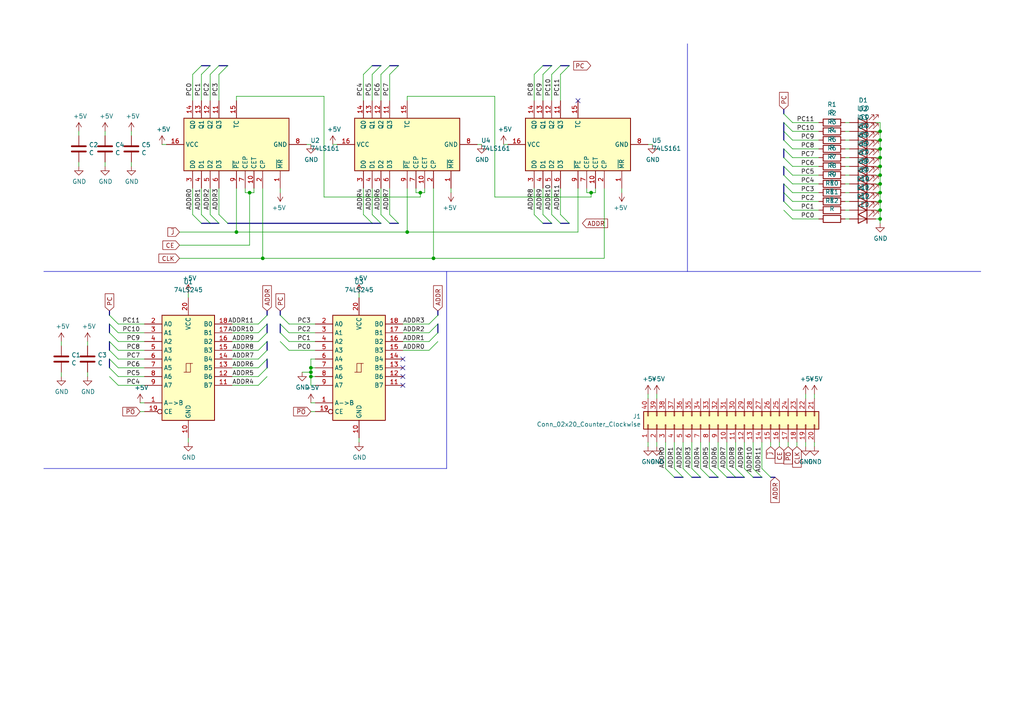
<source format=kicad_sch>
(kicad_sch (version 20200618) (host eeschema "(5.99.0-2101-geb1ff80d5)")
  (page 1 1)
  (paper "A4")
  (title_block (title "ProgramCounter Module") (rev "1.0") (company "Wilhelm-Maybach-Schule Heilbronn") (comment 1 "Kevin da Silva Fernandes"))
  (lib_symbols
    (symbol "74xx:74LS161"
      (property "Reference" "U" (at -7.62 16.51 0))
      (property "Value" "74LS161" (at -7.62 -16.51 0))
      (symbol "74LS161_1_1"
        (rectangle (start -7.62 15.24) (end 7.62 -15.24) (stroke (width 0.254)) (fill (type background)))
      )
      (symbol "74LS161_1_0"
        (pin input line (at -12.7 -12.7 0) (length 5.08) (name "~MR") (number "1"))
        (pin input line (at -12.7 -5.08 0) (length 5.08) (name "CET") (number "10"))
        (pin output line (at 12.7 5.08 180) (length 5.08) (name "Q3") (number "11"))
        (pin output line (at 12.7 7.62 180) (length 5.08) (name "Q2") (number "12"))
        (pin output line (at 12.7 10.16 180) (length 5.08) (name "Q1") (number "13"))
        (pin output line (at 12.7 12.7 180) (length 5.08) (name "Q0") (number "14"))
        (pin output line (at 12.7 0 180) (length 5.08) (name "TC") (number "15"))
        (pin power_in line (at 0 20.32 270) (length 5.08) (name "VCC") (number "16"))
        (pin input line (at -12.7 -7.62 0) (length 5.08) (name "CP") (number "2"))
        (pin input line (at -12.7 12.7 0) (length 5.08) (name "D0") (number "3"))
        (pin input line (at -12.7 10.16 0) (length 5.08) (name "D1") (number "4"))
        (pin input line (at -12.7 7.62 0) (length 5.08) (name "D2") (number "5"))
        (pin input line (at -12.7 5.08 0) (length 5.08) (name "D3") (number "6"))
        (pin input line (at -12.7 -2.54 0) (length 5.08) (name "CEP") (number "7"))
        (pin power_in line (at 0 -20.32 90) (length 5.08) (name "GND") (number "8"))
        (pin input line (at -12.7 0 0) (length 5.08) (name "~PE") (number "9"))
      )
    )
    (symbol "74xx:74LS245"
      (property "Reference" "U" (at -7.62 16.51 0))
      (property "Value" "74LS245" (at -7.62 -16.51 0))
      (symbol "74LS245_1_1"
        (rectangle (start -7.62 15.24) (end 7.62 -15.24) (stroke (width 0.254)) (fill (type background)))
      )
      (symbol "74LS245_1_0"
        (polyline (pts (xy -0.635 -1.27) (xy -0.635 1.27) (xy 0.635 1.27)))
        (polyline (pts (xy -1.27 -1.27) (xy 0.635 -1.27) (xy 0.635 1.27) (xy 1.27 1.27)))
        (pin input line (at -12.7 -10.16 0) (length 5.08) (name "A->B") (number "1"))
        (pin power_in line (at 0 -20.32 90) (length 5.08) (name "GND") (number "10"))
        (pin tri_state line (at 12.7 -5.08 180) (length 5.08) (name "B7") (number "11"))
        (pin tri_state line (at 12.7 -2.54 180) (length 5.08) (name "B6") (number "12"))
        (pin tri_state line (at 12.7 0 180) (length 5.08) (name "B5") (number "13"))
        (pin tri_state line (at 12.7 2.54 180) (length 5.08) (name "B4") (number "14"))
        (pin tri_state line (at 12.7 5.08 180) (length 5.08) (name "B3") (number "15"))
        (pin tri_state line (at 12.7 7.62 180) (length 5.08) (name "B2") (number "16"))
        (pin tri_state line (at 12.7 10.16 180) (length 5.08) (name "B1") (number "17"))
        (pin tri_state line (at 12.7 12.7 180) (length 5.08) (name "B0") (number "18"))
        (pin input inverted (at -12.7 -12.7 0) (length 5.08) (name "CE") (number "19"))
        (pin tri_state line (at -12.7 12.7 0) (length 5.08) (name "A0") (number "2"))
        (pin power_in line (at 0 20.32 270) (length 5.08) (name "VCC") (number "20"))
        (pin tri_state line (at -12.7 10.16 0) (length 5.08) (name "A1") (number "3"))
        (pin tri_state line (at -12.7 7.62 0) (length 5.08) (name "A2") (number "4"))
        (pin tri_state line (at -12.7 5.08 0) (length 5.08) (name "A3") (number "5"))
        (pin tri_state line (at -12.7 2.54 0) (length 5.08) (name "A4") (number "6"))
        (pin tri_state line (at -12.7 0 0) (length 5.08) (name "A5") (number "7"))
        (pin tri_state line (at -12.7 -2.54 0) (length 5.08) (name "A6") (number "8"))
        (pin tri_state line (at -12.7 -5.08 0) (length 5.08) (name "A7") (number "9"))
      )
    )
    (symbol "Connector_Generic:Conn_02x20_Counter_Clockwise" (pin_names hide)
      (property "Reference" "J" (at 1.27 25.4 0))
      (property "Value" "Conn_02x20_Counter_Clockwise" (at 1.27 -27.94 0))
      (symbol "Conn_02x20_Counter_Clockwise_1_1"
        (rectangle (start -1.27 -4.953) (end 0 -5.207) (stroke (width 0.1524)))
        (rectangle (start -1.27 -7.493) (end 0 -7.747) (stroke (width 0.1524)))
        (rectangle (start -1.27 -10.033) (end 0 -10.287) (stroke (width 0.1524)))
        (rectangle (start -1.27 -12.573) (end 0 -12.827) (stroke (width 0.1524)))
        (rectangle (start -1.27 -15.113) (end 0 -15.367) (stroke (width 0.1524)))
        (rectangle (start -1.27 -17.653) (end 0 -17.907) (stroke (width 0.1524)))
        (rectangle (start -1.27 -20.193) (end 0 -20.447) (stroke (width 0.1524)))
        (rectangle (start -1.27 -22.733) (end 0 -22.987) (stroke (width 0.1524)))
        (rectangle (start -1.27 -2.413) (end 0 -2.667) (stroke (width 0.1524)))
        (rectangle (start -1.27 -25.273) (end 0 -25.527) (stroke (width 0.1524)))
        (rectangle (start -1.27 2.667) (end 0 2.413) (stroke (width 0.1524)))
        (rectangle (start -1.27 5.207) (end 0 4.953) (stroke (width 0.1524)))
        (rectangle (start -1.27 7.747) (end 0 7.493) (stroke (width 0.1524)))
        (rectangle (start -1.27 10.287) (end 0 10.033) (stroke (width 0.1524)))
        (rectangle (start -1.27 0.127) (end 0 -0.127) (stroke (width 0.1524)))
        (rectangle (start -1.27 12.827) (end 0 12.573) (stroke (width 0.1524)))
        (rectangle (start -1.27 15.367) (end 0 15.113) (stroke (width 0.1524)))
        (rectangle (start -1.27 17.907) (end 0 17.653) (stroke (width 0.1524)))
        (rectangle (start -1.27 20.447) (end 0 20.193) (stroke (width 0.1524)))
        (rectangle (start -1.27 22.987) (end 0 22.733) (stroke (width 0.1524)))
        (rectangle (start -1.27 24.13) (end 3.81 -26.67) (stroke (width 0.254)) (fill (type background)))
        (rectangle (start 3.81 -4.953) (end 2.54 -5.207) (stroke (width 0.1524)))
        (rectangle (start 3.81 -7.493) (end 2.54 -7.747) (stroke (width 0.1524)))
        (rectangle (start 3.81 -10.033) (end 2.54 -10.287) (stroke (width 0.1524)))
        (rectangle (start 3.81 -12.573) (end 2.54 -12.827) (stroke (width 0.1524)))
        (rectangle (start 3.81 -15.113) (end 2.54 -15.367) (stroke (width 0.1524)))
        (rectangle (start 3.81 -17.653) (end 2.54 -17.907) (stroke (width 0.1524)))
        (rectangle (start 3.81 -20.193) (end 2.54 -20.447) (stroke (width 0.1524)))
        (rectangle (start 3.81 -22.733) (end 2.54 -22.987) (stroke (width 0.1524)))
        (rectangle (start 3.81 -2.413) (end 2.54 -2.667) (stroke (width 0.1524)))
        (rectangle (start 3.81 -25.273) (end 2.54 -25.527) (stroke (width 0.1524)))
        (rectangle (start 3.81 2.667) (end 2.54 2.413) (stroke (width 0.1524)))
        (rectangle (start 3.81 5.207) (end 2.54 4.953) (stroke (width 0.1524)))
        (rectangle (start 3.81 7.747) (end 2.54 7.493) (stroke (width 0.1524)))
        (rectangle (start 3.81 10.287) (end 2.54 10.033) (stroke (width 0.1524)))
        (rectangle (start 3.81 0.127) (end 2.54 -0.127) (stroke (width 0.1524)))
        (rectangle (start 3.81 12.827) (end 2.54 12.573) (stroke (width 0.1524)))
        (rectangle (start 3.81 15.367) (end 2.54 15.113) (stroke (width 0.1524)))
        (rectangle (start 3.81 17.907) (end 2.54 17.653) (stroke (width 0.1524)))
        (rectangle (start 3.81 20.447) (end 2.54 20.193) (stroke (width 0.1524)))
        (rectangle (start 3.81 22.987) (end 2.54 22.733) (stroke (width 0.1524)))
        (pin passive line (at -5.08 22.86 0) (length 3.81) (name "Pin_1") (number "1"))
        (pin passive line (at -5.08 0 0) (length 3.81) (name "Pin_10") (number "10"))
        (pin passive line (at -5.08 -2.54 0) (length 3.81) (name "Pin_11") (number "11"))
        (pin passive line (at -5.08 -5.08 0) (length 3.81) (name "Pin_12") (number "12"))
        (pin passive line (at -5.08 -7.62 0) (length 3.81) (name "Pin_13") (number "13"))
        (pin passive line (at -5.08 -10.16 0) (length 3.81) (name "Pin_14") (number "14"))
        (pin passive line (at -5.08 -12.7 0) (length 3.81) (name "Pin_15") (number "15"))
        (pin passive line (at -5.08 -15.24 0) (length 3.81) (name "Pin_16") (number "16"))
        (pin passive line (at -5.08 -17.78 0) (length 3.81) (name "Pin_17") (number "17"))
        (pin passive line (at -5.08 -20.32 0) (length 3.81) (name "Pin_18") (number "18"))
        (pin passive line (at -5.08 -22.86 0) (length 3.81) (name "Pin_19") (number "19"))
        (pin passive line (at -5.08 20.32 0) (length 3.81) (name "Pin_2") (number "2"))
        (pin passive line (at -5.08 -25.4 0) (length 3.81) (name "Pin_20") (number "20"))
        (pin passive line (at 7.62 -25.4 180) (length 3.81) (name "Pin_21") (number "21"))
        (pin passive line (at 7.62 -22.86 180) (length 3.81) (name "Pin_22") (number "22"))
        (pin passive line (at 7.62 -20.32 180) (length 3.81) (name "Pin_23") (number "23"))
        (pin passive line (at 7.62 -17.78 180) (length 3.81) (name "Pin_24") (number "24"))
        (pin passive line (at 7.62 -15.24 180) (length 3.81) (name "Pin_25") (number "25"))
        (pin passive line (at 7.62 -12.7 180) (length 3.81) (name "Pin_26") (number "26"))
        (pin passive line (at 7.62 -10.16 180) (length 3.81) (name "Pin_27") (number "27"))
        (pin passive line (at 7.62 -7.62 180) (length 3.81) (name "Pin_28") (number "28"))
        (pin passive line (at 7.62 -5.08 180) (length 3.81) (name "Pin_29") (number "29"))
        (pin passive line (at -5.08 17.78 0) (length 3.81) (name "Pin_3") (number "3"))
        (pin passive line (at 7.62 -2.54 180) (length 3.81) (name "Pin_30") (number "30"))
        (pin passive line (at 7.62 0 180) (length 3.81) (name "Pin_31") (number "31"))
        (pin passive line (at 7.62 2.54 180) (length 3.81) (name "Pin_32") (number "32"))
        (pin passive line (at 7.62 5.08 180) (length 3.81) (name "Pin_33") (number "33"))
        (pin passive line (at 7.62 7.62 180) (length 3.81) (name "Pin_34") (number "34"))
        (pin passive line (at 7.62 10.16 180) (length 3.81) (name "Pin_35") (number "35"))
        (pin passive line (at 7.62 12.7 180) (length 3.81) (name "Pin_36") (number "36"))
        (pin passive line (at 7.62 15.24 180) (length 3.81) (name "Pin_37") (number "37"))
        (pin passive line (at 7.62 17.78 180) (length 3.81) (name "Pin_38") (number "38"))
        (pin passive line (at 7.62 20.32 180) (length 3.81) (name "Pin_39") (number "39"))
        (pin passive line (at -5.08 15.24 0) (length 3.81) (name "Pin_4") (number "4"))
        (pin passive line (at 7.62 22.86 180) (length 3.81) (name "Pin_40") (number "40"))
        (pin passive line (at -5.08 12.7 0) (length 3.81) (name "Pin_5") (number "5"))
        (pin passive line (at -5.08 10.16 0) (length 3.81) (name "Pin_6") (number "6"))
        (pin passive line (at -5.08 7.62 0) (length 3.81) (name "Pin_7") (number "7"))
        (pin passive line (at -5.08 5.08 0) (length 3.81) (name "Pin_8") (number "8"))
        (pin passive line (at -5.08 2.54 0) (length 3.81) (name "Pin_9") (number "9"))
      )
    )
    (symbol "Device:C" (pin_numbers hide) (pin_names (offset 0.254))
      (property "Reference" "C" (at 0.635 2.54 0))
      (property "Value" "C" (at 0.635 -2.54 0))
      (symbol "C_0_1"
        (polyline (pts (xy -2.032 -0.762) (xy 2.032 -0.762)) (stroke (width 0.508)))
        (polyline (pts (xy -2.032 0.762) (xy 2.032 0.762)) (stroke (width 0.508)))
      )
      (symbol "C_1_1"
        (pin passive line (at 0 3.81 270) (length 2.794) (name "~") (number "1"))
        (pin passive line (at 0 -3.81 90) (length 2.794) (name "~") (number "2"))
      )
    )
    (symbol "Device:LED" (pin_numbers hide) (pin_names hide)
      (property "Reference" "D" (at 0 2.54 0))
      (property "Value" "LED" (at 0 -2.54 0))
      (symbol "LED_0_1"
        (polyline (pts (xy -1.27 -1.27) (xy -1.27 1.27)) (stroke (width 0.254)))
        (polyline (pts (xy -1.27 0) (xy 1.27 0)))
        (polyline (pts (xy 1.27 -1.27) (xy 1.27 1.27) (xy -1.27 0) (xy 1.27 -1.27)) (stroke (width 0.254)))
        (polyline (pts (xy -3.048 -0.762) (xy -4.572 -2.286) (xy -3.81 -2.286) (xy -4.572 -2.286) (xy -4.572 -1.524)))
        (polyline (pts (xy -1.778 -0.762) (xy -3.302 -2.286) (xy -2.54 -2.286) (xy -3.302 -2.286) (xy -3.302 -1.524)))
      )
      (symbol "LED_1_1"
        (pin passive line (at -3.81 0 0) (length 2.54) (name "K") (number "1"))
        (pin passive line (at 3.81 0 180) (length 2.54) (name "A") (number "2"))
      )
    )
    (symbol "Device:R" (pin_numbers hide) (pin_names (offset 0))
      (property "Reference" "R" (at 2.032 0 90))
      (property "Value" "R" (at 0 0 90))
      (symbol "R_0_1"
        (rectangle (start -1.016 -2.54) (end 1.016 2.54) (stroke (width 0.254)))
      )
      (symbol "R_1_1"
        (pin passive line (at 0 3.81 270) (length 1.27) (name "~") (number "1"))
        (pin passive line (at 0 -3.81 90) (length 1.27) (name "~") (number "2"))
      )
    )
    (symbol "power:+5V" (power) (pin_names (offset 0))
      (property "Value" "+5V" (at 0 3.556 0))
      (symbol "+5V_0_1"
        (polyline (pts (xy -0.762 1.27) (xy 0 2.54)))
        (polyline (pts (xy 0 0) (xy 0 2.54)))
        (polyline (pts (xy 0 2.54) (xy 0.762 1.27)))
      )
      (symbol "+5V_1_1"
        (pin power_in line (at 0 0 90) (length 0) hide (name "+5V") (number "1"))
      )
    )
    (symbol "power:GND" (power) (pin_names (offset 0))
      (property "Value" "GND" (at 0 -3.81 0))
      (symbol "GND_0_1"
        (polyline (pts (xy 0 0) (xy 0 -1.27) (xy 1.27 -1.27) (xy 0 -2.54) (xy -1.27 -1.27) (xy 0 -1.27)))
      )
      (symbol "GND_1_1"
        (pin power_in line (at 0 0 270) (length 0) hide (name "GND") (number "1"))
      )
    )
  )
  (junction (at 68.58 67.31))
  (junction (at 72.39 55.88))
  (junction (at 76.2 74.93))
  (junction (at 90.17 106.68))
  (junction (at 90.17 107.95))
  (junction (at 90.17 109.22))
  (junction (at 118.11 67.31))
  (junction (at 121.92 55.88))
  (junction (at 125.73 74.93))
  (junction (at 171.45 55.88))
  (junction (at 255.27 38.1))
  (junction (at 255.27 40.64))
  (junction (at 255.27 43.18))
  (junction (at 255.27 45.72))
  (junction (at 255.27 48.26))
  (junction (at 255.27 50.8))
  (junction (at 255.27 53.34))
  (junction (at 255.27 55.88))
  (junction (at 255.27 58.42))
  (junction (at 255.27 60.96))
  (junction (at 255.27 63.5))
  (no_connect (at 116.84 109.22))
  (no_connect (at 167.64 29.21))
  (no_connect (at 116.84 106.68))
  (no_connect (at 116.84 111.76))
  (no_connect (at 116.84 104.14))
  (bus_entry (at 31.75 91.44) (size 2.54 2.54) (stroke (width 0.1524)))
  (bus_entry (at 31.75 93.98) (size 2.54 2.54) (stroke (width 0.1524)))
  (bus_entry (at 31.75 96.52) (size 2.54 2.54) (stroke (width 0.1524)))
  (bus_entry (at 31.75 99.06) (size 2.54 2.54) (stroke (width 0.1524)))
  (bus_entry (at 31.75 101.6) (size 2.54 2.54) (stroke (width 0.1524)))
  (bus_entry (at 31.75 104.14) (size 2.54 2.54) (stroke (width 0.1524)))
  (bus_entry (at 31.75 106.68) (size 2.54 2.54) (stroke (width 0.1524)))
  (bus_entry (at 31.75 109.22) (size 2.54 2.54) (stroke (width 0.1524)))
  (bus_entry (at 55.88 62.23) (size 2.54 2.54) (stroke (width 0.1524)))
  (bus_entry (at 58.42 19.05) (size -2.54 2.54) (stroke (width 0.1524)))
  (bus_entry (at 58.42 62.23) (size 2.54 2.54) (stroke (width 0.1524)))
  (bus_entry (at 60.96 19.05) (size -2.54 2.54) (stroke (width 0.1524)))
  (bus_entry (at 60.96 62.23) (size 2.54 2.54) (stroke (width 0.1524)))
  (bus_entry (at 63.5 19.05) (size -2.54 2.54) (stroke (width 0.1524)))
  (bus_entry (at 63.5 62.23) (size 2.54 2.54) (stroke (width 0.1524)))
  (bus_entry (at 66.04 19.05) (size -2.54 2.54) (stroke (width 0.1524)))
  (bus_entry (at 74.93 93.98) (size 2.54 -2.54) (stroke (width 0.1524)))
  (bus_entry (at 74.93 96.52) (size 2.54 -2.54) (stroke (width 0.1524)))
  (bus_entry (at 74.93 99.06) (size 2.54 -2.54) (stroke (width 0.1524)))
  (bus_entry (at 74.93 101.6) (size 2.54 -2.54) (stroke (width 0.1524)))
  (bus_entry (at 74.93 104.14) (size 2.54 -2.54) (stroke (width 0.1524)))
  (bus_entry (at 74.93 106.68) (size 2.54 -2.54) (stroke (width 0.1524)))
  (bus_entry (at 74.93 109.22) (size 2.54 -2.54) (stroke (width 0.1524)))
  (bus_entry (at 74.93 111.76) (size 2.54 -2.54) (stroke (width 0.1524)))
  (bus_entry (at 81.28 91.44) (size 2.54 2.54) (stroke (width 0.1524)))
  (bus_entry (at 81.28 93.98) (size 2.54 2.54) (stroke (width 0.1524)))
  (bus_entry (at 81.28 96.52) (size 2.54 2.54) (stroke (width 0.1524)))
  (bus_entry (at 81.28 99.06) (size 2.54 2.54) (stroke (width 0.1524)))
  (bus_entry (at 105.41 62.23) (size 2.54 2.54) (stroke (width 0.1524)))
  (bus_entry (at 107.95 19.05) (size -2.54 2.54) (stroke (width 0.1524)))
  (bus_entry (at 107.95 62.23) (size 2.54 2.54) (stroke (width 0.1524)))
  (bus_entry (at 110.49 19.05) (size -2.54 2.54) (stroke (width 0.1524)))
  (bus_entry (at 110.49 62.23) (size 2.54 2.54) (stroke (width 0.1524)))
  (bus_entry (at 113.03 19.05) (size -2.54 2.54) (stroke (width 0.1524)))
  (bus_entry (at 113.03 62.23) (size 2.54 2.54) (stroke (width 0.1524)))
  (bus_entry (at 115.57 19.05) (size -2.54 2.54) (stroke (width 0.1524)))
  (bus_entry (at 124.46 93.98) (size 2.54 -2.54) (stroke (width 0.1524)))
  (bus_entry (at 124.46 96.52) (size 2.54 -2.54) (stroke (width 0.1524)))
  (bus_entry (at 124.46 99.06) (size 2.54 -2.54) (stroke (width 0.1524)))
  (bus_entry (at 124.46 101.6) (size 2.54 -2.54) (stroke (width 0.1524)))
  (bus_entry (at 154.94 62.23) (size 2.54 2.54) (stroke (width 0.1524)))
  (bus_entry (at 157.48 19.05) (size -2.54 2.54) (stroke (width 0.1524)))
  (bus_entry (at 157.48 62.23) (size 2.54 2.54) (stroke (width 0.1524)))
  (bus_entry (at 160.02 19.05) (size -2.54 2.54) (stroke (width 0.1524)))
  (bus_entry (at 160.02 62.23) (size 2.54 2.54) (stroke (width 0.1524)))
  (bus_entry (at 162.56 19.05) (size -2.54 2.54) (stroke (width 0.1524)))
  (bus_entry (at 162.56 62.23) (size 2.54 2.54) (stroke (width 0.1524)))
  (bus_entry (at 165.1 19.05) (size -2.54 2.54) (stroke (width 0.1524)))
  (bus_entry (at 193.04 135.89) (size 2.54 2.54) (stroke (width 0.1524)))
  (bus_entry (at 195.58 135.89) (size 2.54 2.54) (stroke (width 0.1524)))
  (bus_entry (at 198.12 135.89) (size 2.54 2.54) (stroke (width 0.1524)))
  (bus_entry (at 200.66 135.89) (size 2.54 2.54) (stroke (width 0.1524)))
  (bus_entry (at 203.2 135.89) (size 2.54 2.54) (stroke (width 0.1524)))
  (bus_entry (at 205.74 135.89) (size 2.54 2.54) (stroke (width 0.1524)))
  (bus_entry (at 208.28 135.89) (size 2.54 2.54) (stroke (width 0.1524)))
  (bus_entry (at 210.82 135.89) (size 2.54 2.54) (stroke (width 0.1524)))
  (bus_entry (at 213.36 135.89) (size 2.54 2.54) (stroke (width 0.1524)))
  (bus_entry (at 215.9 135.89) (size 2.54 2.54) (stroke (width 0.1524)))
  (bus_entry (at 218.44 135.89) (size 2.54 2.54) (stroke (width 0.1524)))
  (bus_entry (at 220.98 135.89) (size 2.54 2.54) (stroke (width 0.1524)))
  (bus_entry (at 227.33 33.02) (size 2.54 2.54) (stroke (width 0.1524)))
  (bus_entry (at 227.33 35.56) (size 2.54 2.54) (stroke (width 0.1524)))
  (bus_entry (at 227.33 38.1) (size 2.54 2.54) (stroke (width 0.1524)))
  (bus_entry (at 227.33 40.64) (size 2.54 2.54) (stroke (width 0.1524)))
  (bus_entry (at 227.33 43.18) (size 2.54 2.54) (stroke (width 0.1524)))
  (bus_entry (at 227.33 45.72) (size 2.54 2.54) (stroke (width 0.1524)))
  (bus_entry (at 227.33 48.26) (size 2.54 2.54) (stroke (width 0.1524)))
  (bus_entry (at 227.33 50.8) (size 2.54 2.54) (stroke (width 0.1524)))
  (bus_entry (at 227.33 53.34) (size 2.54 2.54) (stroke (width 0.1524)))
  (bus_entry (at 227.33 55.88) (size 2.54 2.54) (stroke (width 0.1524)))
  (bus_entry (at 227.33 58.42) (size 2.54 2.54) (stroke (width 0.1524)))
  (bus_entry (at 227.33 60.96) (size 2.54 2.54) (stroke (width 0.1524)))
  (wire (pts (xy 17.78 99.06) (xy 17.78 100.33)))
  (wire (pts (xy 17.78 109.22) (xy 17.78 107.95)))
  (wire (pts (xy 22.86 38.1) (xy 22.86 39.37)))
  (wire (pts (xy 22.86 48.26) (xy 22.86 46.99)))
  (wire (pts (xy 25.4 99.06) (xy 25.4 100.33)))
  (wire (pts (xy 25.4 109.22) (xy 25.4 107.95)))
  (wire (pts (xy 30.48 38.1) (xy 30.48 39.37)))
  (wire (pts (xy 30.48 48.26) (xy 30.48 46.99)))
  (wire (pts (xy 34.29 93.98) (xy 41.91 93.98)))
  (wire (pts (xy 34.29 96.52) (xy 41.91 96.52)))
  (wire (pts (xy 34.29 99.06) (xy 41.91 99.06)))
  (wire (pts (xy 34.29 101.6) (xy 41.91 101.6)))
  (wire (pts (xy 34.29 104.14) (xy 41.91 104.14)))
  (wire (pts (xy 34.29 106.68) (xy 41.91 106.68)))
  (wire (pts (xy 34.29 109.22) (xy 41.91 109.22)))
  (wire (pts (xy 34.29 111.76) (xy 41.91 111.76)))
  (wire (pts (xy 38.1 38.1) (xy 38.1 39.37)))
  (wire (pts (xy 38.1 48.26) (xy 38.1 46.99)))
  (wire (pts (xy 40.64 116.84) (xy 41.91 116.84)))
  (wire (pts (xy 40.64 119.38) (xy 41.91 119.38)))
  (wire (pts (xy 46.99 41.91) (xy 48.26 41.91)))
  (wire (pts (xy 52.07 67.31) (xy 68.58 67.31)))
  (wire (pts (xy 52.07 71.12) (xy 72.39 71.12)))
  (wire (pts (xy 52.07 74.93) (xy 76.2 74.93)))
  (wire (pts (xy 54.61 85.09) (xy 54.61 86.36)))
  (wire (pts (xy 54.61 128.27) (xy 54.61 127)))
  (wire (pts (xy 55.88 21.59) (xy 55.88 29.21)))
  (wire (pts (xy 55.88 54.61) (xy 55.88 62.23)))
  (wire (pts (xy 58.42 21.59) (xy 58.42 29.21)))
  (wire (pts (xy 58.42 54.61) (xy 58.42 62.23)))
  (wire (pts (xy 60.96 21.59) (xy 60.96 29.21)))
  (wire (pts (xy 60.96 54.61) (xy 60.96 62.23)))
  (wire (pts (xy 63.5 21.59) (xy 63.5 29.21)))
  (wire (pts (xy 63.5 54.61) (xy 63.5 62.23)))
  (wire (pts (xy 67.31 93.98) (xy 74.93 93.98)))
  (wire (pts (xy 67.31 96.52) (xy 74.93 96.52)))
  (wire (pts (xy 67.31 99.06) (xy 74.93 99.06)))
  (wire (pts (xy 67.31 101.6) (xy 74.93 101.6)))
  (wire (pts (xy 67.31 104.14) (xy 74.93 104.14)))
  (wire (pts (xy 67.31 106.68) (xy 74.93 106.68)))
  (wire (pts (xy 67.31 109.22) (xy 74.93 109.22)))
  (wire (pts (xy 67.31 111.76) (xy 74.93 111.76)))
  (wire (pts (xy 68.58 27.94) (xy 93.98 27.94)))
  (wire (pts (xy 68.58 29.21) (xy 68.58 27.94)))
  (wire (pts (xy 68.58 67.31) (xy 68.58 54.61)))
  (wire (pts (xy 68.58 67.31) (xy 118.11 67.31)))
  (wire (pts (xy 71.12 55.88) (xy 71.12 54.61)))
  (wire (pts (xy 72.39 55.88) (xy 71.12 55.88)))
  (wire (pts (xy 72.39 55.88) (xy 73.66 55.88)))
  (wire (pts (xy 72.39 71.12) (xy 72.39 55.88)))
  (wire (pts (xy 73.66 55.88) (xy 73.66 54.61)))
  (wire (pts (xy 76.2 74.93) (xy 76.2 54.61)))
  (wire (pts (xy 76.2 74.93) (xy 125.73 74.93)))
  (wire (pts (xy 81.28 54.61) (xy 81.28 55.88)))
  (wire (pts (xy 83.82 93.98) (xy 91.44 93.98)))
  (wire (pts (xy 83.82 96.52) (xy 91.44 96.52)))
  (wire (pts (xy 83.82 99.06) (xy 91.44 99.06)))
  (wire (pts (xy 83.82 101.6) (xy 91.44 101.6)))
  (wire (pts (xy 87.63 107.95) (xy 90.17 107.95)))
  (wire (pts (xy 90.17 41.91) (xy 88.9 41.91)))
  (wire (pts (xy 90.17 104.14) (xy 90.17 106.68)))
  (wire (pts (xy 90.17 106.68) (xy 90.17 107.95)))
  (wire (pts (xy 90.17 106.68) (xy 91.44 106.68)))
  (wire (pts (xy 90.17 107.95) (xy 90.17 109.22)))
  (wire (pts (xy 90.17 109.22) (xy 90.17 111.76)))
  (wire (pts (xy 90.17 111.76) (xy 91.44 111.76)))
  (wire (pts (xy 90.17 116.84) (xy 91.44 116.84)))
  (wire (pts (xy 90.17 119.38) (xy 91.44 119.38)))
  (wire (pts (xy 91.44 104.14) (xy 90.17 104.14)))
  (wire (pts (xy 91.44 109.22) (xy 90.17 109.22)))
  (wire (pts (xy 93.98 27.94) (xy 93.98 57.15)))
  (wire (pts (xy 97.79 41.91) (xy 96.52 41.91)))
  (wire (pts (xy 104.14 85.09) (xy 104.14 86.36)))
  (wire (pts (xy 104.14 127) (xy 104.14 128.27)))
  (wire (pts (xy 105.41 21.59) (xy 105.41 29.21)))
  (wire (pts (xy 105.41 54.61) (xy 105.41 62.23)))
  (wire (pts (xy 107.95 21.59) (xy 107.95 29.21)))
  (wire (pts (xy 107.95 54.61) (xy 107.95 62.23)))
  (wire (pts (xy 110.49 21.59) (xy 110.49 29.21)))
  (wire (pts (xy 110.49 54.61) (xy 110.49 62.23)))
  (wire (pts (xy 113.03 21.59) (xy 113.03 29.21)))
  (wire (pts (xy 113.03 54.61) (xy 113.03 62.23)))
  (wire (pts (xy 116.84 93.98) (xy 124.46 93.98)))
  (wire (pts (xy 116.84 96.52) (xy 124.46 96.52)))
  (wire (pts (xy 116.84 99.06) (xy 124.46 99.06)))
  (wire (pts (xy 116.84 101.6) (xy 124.46 101.6)))
  (wire (pts (xy 118.11 27.94) (xy 143.51 27.94)))
  (wire (pts (xy 118.11 29.21) (xy 118.11 27.94)))
  (wire (pts (xy 118.11 67.31) (xy 118.11 54.61)))
  (wire (pts (xy 118.11 67.31) (xy 167.64 67.31)))
  (wire (pts (xy 120.65 54.61) (xy 120.65 55.88)))
  (wire (pts (xy 120.65 55.88) (xy 121.92 55.88)))
  (wire (pts (xy 121.92 55.88) (xy 121.92 57.15)))
  (wire (pts (xy 121.92 55.88) (xy 123.19 55.88)))
  (wire (pts (xy 121.92 57.15) (xy 93.98 57.15)))
  (wire (pts (xy 123.19 55.88) (xy 123.19 54.61)))
  (wire (pts (xy 125.73 74.93) (xy 125.73 54.61)))
  (wire (pts (xy 125.73 74.93) (xy 175.26 74.93)))
  (wire (pts (xy 130.81 55.88) (xy 130.81 54.61)))
  (wire (pts (xy 139.7 41.91) (xy 138.43 41.91)))
  (wire (pts (xy 143.51 27.94) (xy 143.51 57.15)))
  (wire (pts (xy 143.51 57.15) (xy 171.45 57.15)))
  (wire (pts (xy 147.32 41.91) (xy 146.05 41.91)))
  (wire (pts (xy 154.94 21.59) (xy 154.94 29.21)))
  (wire (pts (xy 154.94 54.61) (xy 154.94 62.23)))
  (wire (pts (xy 157.48 21.59) (xy 157.48 29.21)))
  (wire (pts (xy 157.48 54.61) (xy 157.48 62.23)))
  (wire (pts (xy 160.02 21.59) (xy 160.02 29.21)))
  (wire (pts (xy 160.02 54.61) (xy 160.02 62.23)))
  (wire (pts (xy 162.56 21.59) (xy 162.56 29.21)))
  (wire (pts (xy 162.56 54.61) (xy 162.56 62.23)))
  (wire (pts (xy 167.64 67.31) (xy 167.64 54.61)))
  (wire (pts (xy 170.18 55.88) (xy 170.18 54.61)))
  (wire (pts (xy 171.45 55.88) (xy 170.18 55.88)))
  (wire (pts (xy 171.45 55.88) (xy 172.72 55.88)))
  (wire (pts (xy 171.45 57.15) (xy 171.45 55.88)))
  (wire (pts (xy 172.72 55.88) (xy 172.72 54.61)))
  (wire (pts (xy 175.26 74.93) (xy 175.26 54.61)))
  (wire (pts (xy 180.34 55.88) (xy 180.34 54.61)))
  (wire (pts (xy 187.96 114.3) (xy 187.96 115.57)))
  (wire (pts (xy 187.96 128.27) (xy 187.96 129.54)))
  (wire (pts (xy 189.23 41.91) (xy 187.96 41.91)))
  (wire (pts (xy 190.5 114.3) (xy 190.5 115.57)))
  (wire (pts (xy 190.5 128.27) (xy 190.5 129.54)))
  (wire (pts (xy 193.04 128.27) (xy 193.04 135.89)))
  (wire (pts (xy 195.58 128.27) (xy 195.58 135.89)))
  (wire (pts (xy 198.12 128.27) (xy 198.12 135.89)))
  (wire (pts (xy 200.66 128.27) (xy 200.66 135.89)))
  (wire (pts (xy 203.2 128.27) (xy 203.2 135.89)))
  (wire (pts (xy 205.74 128.27) (xy 205.74 135.89)))
  (wire (pts (xy 208.28 128.27) (xy 208.28 135.89)))
  (wire (pts (xy 210.82 128.27) (xy 210.82 135.89)))
  (wire (pts (xy 213.36 128.27) (xy 213.36 135.89)))
  (wire (pts (xy 215.9 128.27) (xy 215.9 135.89)))
  (wire (pts (xy 218.44 128.27) (xy 218.44 135.89)))
  (wire (pts (xy 220.98 128.27) (xy 220.98 135.89)))
  (wire (pts (xy 223.52 128.27) (xy 223.52 129.54)))
  (wire (pts (xy 226.06 128.27) (xy 226.06 129.54)))
  (wire (pts (xy 228.6 128.27) (xy 228.6 129.54)))
  (wire (pts (xy 229.87 35.56) (xy 237.49 35.56)))
  (wire (pts (xy 229.87 38.1) (xy 237.49 38.1)))
  (wire (pts (xy 229.87 40.64) (xy 237.49 40.64)))
  (wire (pts (xy 229.87 43.18) (xy 237.49 43.18)))
  (wire (pts (xy 229.87 45.72) (xy 237.49 45.72)))
  (wire (pts (xy 229.87 48.26) (xy 237.49 48.26)))
  (wire (pts (xy 229.87 50.8) (xy 237.49 50.8)))
  (wire (pts (xy 229.87 53.34) (xy 237.49 53.34)))
  (wire (pts (xy 229.87 55.88) (xy 237.49 55.88)))
  (wire (pts (xy 229.87 58.42) (xy 237.49 58.42)))
  (wire (pts (xy 229.87 60.96) (xy 237.49 60.96)))
  (wire (pts (xy 229.87 63.5) (xy 237.49 63.5)))
  (wire (pts (xy 231.14 128.27) (xy 231.14 129.54)))
  (wire (pts (xy 233.68 114.3) (xy 233.68 115.57)))
  (wire (pts (xy 233.68 128.27) (xy 233.68 129.54)))
  (wire (pts (xy 236.22 114.3) (xy 236.22 115.57)))
  (wire (pts (xy 236.22 128.27) (xy 236.22 129.54)))
  (wire (pts (xy 245.11 35.56) (xy 246.38 35.56)))
  (wire (pts (xy 245.11 38.1) (xy 246.38 38.1)))
  (wire (pts (xy 245.11 40.64) (xy 246.38 40.64)))
  (wire (pts (xy 245.11 43.18) (xy 246.38 43.18)))
  (wire (pts (xy 245.11 45.72) (xy 246.38 45.72)))
  (wire (pts (xy 245.11 48.26) (xy 246.38 48.26)))
  (wire (pts (xy 245.11 50.8) (xy 246.38 50.8)))
  (wire (pts (xy 245.11 53.34) (xy 246.38 53.34)))
  (wire (pts (xy 245.11 55.88) (xy 246.38 55.88)))
  (wire (pts (xy 245.11 58.42) (xy 246.38 58.42)))
  (wire (pts (xy 245.11 60.96) (xy 246.38 60.96)))
  (wire (pts (xy 245.11 63.5) (xy 246.38 63.5)))
  (wire (pts (xy 254 35.56) (xy 255.27 35.56)))
  (wire (pts (xy 254 40.64) (xy 255.27 40.64)))
  (wire (pts (xy 254 45.72) (xy 255.27 45.72)))
  (wire (pts (xy 254 50.8) (xy 255.27 50.8)))
  (wire (pts (xy 254 55.88) (xy 255.27 55.88)))
  (wire (pts (xy 254 60.96) (xy 255.27 60.96)))
  (wire (pts (xy 255.27 35.56) (xy 255.27 38.1)))
  (wire (pts (xy 255.27 38.1) (xy 254 38.1)))
  (wire (pts (xy 255.27 38.1) (xy 255.27 40.64)))
  (wire (pts (xy 255.27 40.64) (xy 255.27 43.18)))
  (wire (pts (xy 255.27 43.18) (xy 254 43.18)))
  (wire (pts (xy 255.27 43.18) (xy 255.27 45.72)))
  (wire (pts (xy 255.27 45.72) (xy 255.27 48.26)))
  (wire (pts (xy 255.27 48.26) (xy 254 48.26)))
  (wire (pts (xy 255.27 48.26) (xy 255.27 50.8)))
  (wire (pts (xy 255.27 50.8) (xy 255.27 53.34)))
  (wire (pts (xy 255.27 53.34) (xy 254 53.34)))
  (wire (pts (xy 255.27 53.34) (xy 255.27 55.88)))
  (wire (pts (xy 255.27 55.88) (xy 255.27 58.42)))
  (wire (pts (xy 255.27 58.42) (xy 254 58.42)))
  (wire (pts (xy 255.27 58.42) (xy 255.27 60.96)))
  (wire (pts (xy 255.27 60.96) (xy 255.27 63.5)))
  (wire (pts (xy 255.27 63.5) (xy 254 63.5)))
  (wire (pts (xy 255.27 63.5) (xy 255.27 64.77)))
  (bus (pts (xy 31.75 90.17) (xy 31.75 93.98)))
  (bus (pts (xy 31.75 93.98) (xy 31.75 99.06)))
  (bus (pts (xy 31.75 99.06) (xy 31.75 104.14)))
  (bus (pts (xy 31.75 104.14) (xy 31.75 109.22)))
  (bus (pts (xy 58.42 19.05) (xy 63.5 19.05)))
  (bus (pts (xy 58.42 64.77) (xy 60.96 64.77)))
  (bus (pts (xy 60.96 64.77) (xy 66.04 64.77)))
  (bus (pts (xy 63.5 19.05) (xy 107.95 19.05)))
  (bus (pts (xy 66.04 64.77) (xy 107.95 64.77)))
  (bus (pts (xy 77.47 90.17) (xy 77.47 93.98)))
  (bus (pts (xy 77.47 93.98) (xy 77.47 99.06)))
  (bus (pts (xy 77.47 99.06) (xy 77.47 104.14)))
  (bus (pts (xy 77.47 104.14) (xy 77.47 109.22)))
  (bus (pts (xy 81.28 90.17) (xy 81.28 93.98)))
  (bus (pts (xy 81.28 93.98) (xy 81.28 99.06)))
  (bus (pts (xy 107.95 19.05) (xy 113.03 19.05)))
  (bus (pts (xy 107.95 64.77) (xy 113.03 64.77)))
  (bus (pts (xy 113.03 19.05) (xy 157.48 19.05)))
  (bus (pts (xy 113.03 64.77) (xy 157.48 64.77)))
  (bus (pts (xy 127 90.17) (xy 127 93.98)))
  (bus (pts (xy 127 93.98) (xy 127 99.06)))
  (bus (pts (xy 157.48 19.05) (xy 162.56 19.05)))
  (bus (pts (xy 157.48 64.77) (xy 162.56 64.77)))
  (bus (pts (xy 162.56 19.05) (xy 166.37 19.05)))
  (bus (pts (xy 162.56 64.77) (xy 168.91 64.77)))
  (bus (pts (xy 195.58 138.43) (xy 200.66 138.43)))
  (bus (pts (xy 200.66 138.43) (xy 205.74 138.43)))
  (bus (pts (xy 205.74 138.43) (xy 210.82 138.43)))
  (bus (pts (xy 210.82 138.43) (xy 213.36 138.43)))
  (bus (pts (xy 213.36 138.43) (xy 218.44 138.43)))
  (bus (pts (xy 218.44 138.43) (xy 223.52 138.43)))
  (bus (pts (xy 223.52 138.43) (xy 224.79 138.43)))
  (bus (pts (xy 227.33 31.75) (xy 227.33 35.56)))
  (bus (pts (xy 227.33 35.56) (xy 227.33 38.1)))
  (bus (pts (xy 227.33 38.1) (xy 227.33 43.18)))
  (bus (pts (xy 227.33 43.18) (xy 227.33 48.26)))
  (bus (pts (xy 227.33 48.26) (xy 227.33 53.34)))
  (bus (pts (xy 227.33 53.34) (xy 227.33 55.88)))
  (bus (pts (xy 227.33 55.88) (xy 227.33 60.96)))
  (polyline (pts (xy 12.7 78.74) (xy 284.48 78.74)) (stroke (width 0) (type solid)))
  (polyline (pts (xy 12.7 135.89) (xy 129.54 135.89)) (stroke (width 0) (type solid)))
  (polyline (pts (xy 129.54 135.89) (xy 129.54 78.74)) (stroke (width 0) (type solid)))
  (polyline (pts (xy 199.39 12.7) (xy 199.39 78.74)) (stroke (width 0) (type solid)))
  (label "PC11" (at 40.64 93.98 180))
  (label "PC10" (at 40.64 96.52 180))
  (label "PC9" (at 40.64 99.06 180))
  (label "PC8" (at 40.64 101.6 180))
  (label "PC7" (at 40.64 104.14 180))
  (label "PC6" (at 40.64 106.68 180))
  (label "PC5" (at 40.64 109.22 180))
  (label "PC4" (at 40.64 111.76 180))
  (label "PC0" (at 55.88 27.94 90))
  (label "ADDR0" (at 55.88 60.96 90))
  (label "PC1" (at 58.42 27.94 90))
  (label "ADDR1" (at 58.42 60.96 90))
  (label "PC2" (at 60.96 27.94 90))
  (label "ADDR2" (at 60.96 60.96 90))
  (label "PC3" (at 63.5 27.94 90))
  (label "ADDR3" (at 63.5 60.96 90))
  (label "ADDR11" (at 73.66 93.98 180))
  (label "ADDR10" (at 73.66 96.52 180))
  (label "ADDR9" (at 73.66 99.06 180))
  (label "ADDR8" (at 73.66 101.6 180))
  (label "ADDR7" (at 73.66 104.14 180))
  (label "ADDR6" (at 73.66 106.68 180))
  (label "ADDR5" (at 73.66 109.22 180))
  (label "ADDR4" (at 73.66 111.76 180))
  (label "PC3" (at 90.17 93.98 180))
  (label "PC2" (at 90.17 96.52 180))
  (label "PC1" (at 90.17 99.06 180))
  (label "PC0" (at 90.17 101.6 180))
  (label "PC4" (at 105.41 27.94 90))
  (label "ADDR4" (at 105.41 60.96 90))
  (label "PC5" (at 107.95 27.94 90))
  (label "ADDR5" (at 107.95 60.96 90))
  (label "PC6" (at 110.49 27.94 90))
  (label "ADDR6" (at 110.49 60.96 90))
  (label "PC7" (at 113.03 27.94 90))
  (label "ADDR7" (at 113.03 60.96 90))
  (label "ADDR3" (at 123.19 93.98 180))
  (label "ADDR2" (at 123.19 96.52 180))
  (label "ADDR1" (at 123.19 99.06 180))
  (label "ADDR0" (at 123.19 101.6 180))
  (label "PC8" (at 154.94 27.94 90))
  (label "ADDR8" (at 154.94 60.96 90))
  (label "PC9" (at 157.48 27.94 90))
  (label "ADDR9" (at 157.48 60.96 90))
  (label "PC10" (at 160.02 27.94 90))
  (label "ADDR10" (at 160.02 60.96 90))
  (label "PC11" (at 162.56 27.94 90))
  (label "ADDR11" (at 162.56 60.96 90))
  (label "ADDR0" (at 193.04 129.54 270))
  (label "ADDR1" (at 195.58 129.54 270))
  (label "ADDR2" (at 198.12 129.54 270))
  (label "ADDR3" (at 200.66 129.54 270))
  (label "ADDR4" (at 203.2 129.54 270))
  (label "ADDR5" (at 205.74 129.54 270))
  (label "ADDR6" (at 208.28 129.54 270))
  (label "ADDR7" (at 210.82 129.54 270))
  (label "ADDR8" (at 213.36 129.54 270))
  (label "ADDR9" (at 215.9 129.54 270))
  (label "ADDR10" (at 218.44 129.54 270))
  (label "ADDR11" (at 220.98 129.54 270))
  (label "PC11" (at 236.22 35.56 180))
  (label "PC10" (at 236.22 38.1 180))
  (label "PC9" (at 236.22 40.64 180))
  (label "PC8" (at 236.22 43.18 180))
  (label "PC7" (at 236.22 45.72 180))
  (label "PC6" (at 236.22 48.26 180))
  (label "PC5" (at 236.22 50.8 180))
  (label "PC4" (at 236.22 53.34 180))
  (label "PC3" (at 236.22 55.88 180))
  (label "PC2" (at 236.22 58.42 180))
  (label "PC1" (at 236.22 60.96 180))
  (label "PC0" (at 236.22 63.5 180))
  (global_label "PC" (shape input) (at 31.75 90.17 90))
  (global_label "~PO" (shape input) (at 40.64 119.38 180))
  (global_label "~J" (shape input) (at 52.07 67.31 180))
  (global_label "CE" (shape input) (at 52.07 71.12 180))
  (global_label "CLK" (shape input) (at 52.07 74.93 180))
  (global_label "ADDR" (shape input) (at 77.47 90.17 90))
  (global_label "PC" (shape input) (at 81.28 90.17 90))
  (global_label "~PO" (shape input) (at 90.17 119.38 180))
  (global_label "ADDR" (shape input) (at 127 90.17 90))
  (global_label "PC" (shape output) (at 166.37 19.05 0))
  (global_label "ADDR" (shape input) (at 168.91 64.77 0))
  (global_label "~J" (shape input) (at 223.52 129.54 270))
  (global_label "ADDR" (shape input) (at 224.79 138.43 270))
  (global_label "CE" (shape input) (at 226.06 129.54 270))
  (global_label "PC" (shape input) (at 227.33 31.75 90))
  (global_label "~PO" (shape input) (at 228.6 129.54 270))
  (global_label "CLK" (shape input) (at 231.14 129.54 270))
  (symbol (lib_id "power:+5V") (at 17.78 99.06 0) (unit 1)
    (property "Reference" "#PWR0126" (effects hide))
    (property "Value" "+5V" (at 18.161 94.6658 0))
  )
  (symbol (lib_id "power:+5V") (at 22.86 38.1 0) (unit 1)
    (property "Reference" "#PWR0114" (effects hide))
    (property "Value" "+5V" (at 23.241 33.7058 0))
  )
  (symbol (lib_id "power:+5V") (at 25.4 99.06 0) (unit 1)
    (property "Reference" "#PWR0125" (effects hide))
    (property "Value" "+5V" (at 25.781 94.6658 0))
  )
  (symbol (lib_id "power:+5V") (at 30.48 38.1 0) (unit 1)
    (property "Reference" "#PWR0116" (effects hide))
    (property "Value" "+5V" (at 30.861 33.7058 0))
  )
  (symbol (lib_id "power:+5V") (at 38.1 38.1 0) (unit 1)
    (property "Reference" "#PWR0120" (effects hide))
    (property "Value" "+5V" (at 38.481 33.7058 0))
  )
  (symbol (lib_id "power:+5V") (at 40.64 116.84 0) (unit 1)
    (property "Reference" "#PWR0118" (effects hide))
    (property "Value" "+5V" (at 41.021 112.4458 0))
  )
  (symbol (lib_id "power:+5V") (at 46.99 41.91 0) (unit 1)
    (property "Reference" "#PWR0121" (effects hide))
    (property "Value" "+5V" (at 47.371 37.5158 0))
  )
  (symbol (lib_id "power:+5V") (at 54.61 85.09 0) (unit 1)
    (property "Reference" "#PWR0117" (effects hide))
    (property "Value" "+5V" (at 54.991 80.6958 0))
  )
  (symbol (lib_id "power:+5V") (at 81.28 55.88 180) (unit 1)
    (property "Reference" "#PWR0122" (effects hide))
    (property "Value" "+5V" (at 80.899 60.2742 0))
  )
  (symbol (lib_id "power:+5V") (at 90.17 116.84 0) (unit 1)
    (property "Reference" "#PWR0129" (effects hide))
    (property "Value" "+5V" (at 90.551 112.4458 0))
  )
  (symbol (lib_id "power:+5V") (at 96.52 41.91 0) (unit 1)
    (property "Reference" "#PWR0123" (effects hide))
    (property "Value" "+5V" (at 96.901 37.5158 0))
  )
  (symbol (lib_id "power:+5V") (at 104.14 85.09 0) (unit 1)
    (property "Reference" "#PWR0111" (effects hide))
    (property "Value" "+5V" (at 104.521 80.6958 0))
  )
  (symbol (lib_id "power:+5V") (at 130.81 55.88 180) (unit 1)
    (property "Reference" "#PWR0133" (effects hide))
    (property "Value" "+5V" (at 130.429 60.2742 0))
  )
  (symbol (lib_id "power:+5V") (at 146.05 41.91 0) (unit 1)
    (property "Reference" "#PWR0135" (effects hide))
    (property "Value" "+5V" (at 146.431 37.5158 0))
  )
  (symbol (lib_id "power:+5V") (at 180.34 55.88 180) (unit 1)
    (property "Reference" "#PWR0107" (effects hide))
    (property "Value" "+5V" (at 179.959 60.2742 0))
  )
  (symbol (lib_id "power:+5V") (at 187.96 114.3 0) (unit 1)
    (property "Reference" "#PWR0103" (effects hide))
    (property "Value" "+5V" (at 188.341 109.9058 0))
  )
  (symbol (lib_id "power:+5V") (at 190.5 114.3 0) (unit 1)
    (property "Reference" "#PWR0104" (effects hide))
    (property "Value" "+5V" (at 190.881 109.9058 0))
  )
  (symbol (lib_id "power:+5V") (at 233.68 114.3 0) (unit 1)
    (property "Reference" "#PWR0102" (effects hide))
    (property "Value" "+5V" (at 234.061 109.9058 0))
  )
  (symbol (lib_id "power:+5V") (at 236.22 114.3 0) (unit 1)
    (property "Reference" "#PWR0101" (effects hide))
    (property "Value" "+5V" (at 236.601 109.9058 0))
  )
  (symbol (lib_id "power:GND") (at 17.78 109.22 0) (unit 1)
    (property "Reference" "#PWR0127" (effects hide))
    (property "Value" "GND" (at 17.907 113.6142 0))
  )
  (symbol (lib_id "power:GND") (at 22.86 48.26 0) (unit 1)
    (property "Reference" "#PWR0113" (effects hide))
    (property "Value" "GND" (at 22.987 52.6542 0))
  )
  (symbol (lib_id "power:GND") (at 25.4 109.22 0) (unit 1)
    (property "Reference" "#PWR0128" (effects hide))
    (property "Value" "GND" (at 25.527 113.6142 0))
  )
  (symbol (lib_id "power:GND") (at 30.48 48.26 0) (unit 1)
    (property "Reference" "#PWR0115" (effects hide))
    (property "Value" "GND" (at 30.607 52.6542 0))
  )
  (symbol (lib_id "power:GND") (at 38.1 48.26 0) (unit 1)
    (property "Reference" "#PWR0124" (effects hide))
    (property "Value" "GND" (at 38.227 52.6542 0))
  )
  (symbol (lib_id "power:GND") (at 54.61 128.27 0) (unit 1)
    (property "Reference" "#PWR0131" (effects hide))
    (property "Value" "GND" (at 54.737 132.6642 0))
  )
  (symbol (lib_id "power:GND") (at 87.63 107.95 0) (unit 1)
    (property "Reference" "#PWR0112" (effects hide))
    (property "Value" "GND" (at 87.757 112.3442 0))
  )
  (symbol (lib_id "power:GND") (at 90.17 41.91 0) (unit 1)
    (property "Reference" "#PWR0119" (effects hide))
    (property "Value" "GND" (at 90.297 46.3042 0))
  )
  (symbol (lib_id "power:GND") (at 104.14 128.27 0) (unit 1)
    (property "Reference" "#PWR0130" (effects hide))
    (property "Value" "GND" (at 104.267 132.6642 0))
  )
  (symbol (lib_id "power:GND") (at 139.7 41.91 0) (unit 1)
    (property "Reference" "#PWR0134" (effects hide))
    (property "Value" "GND" (at 139.827 46.3042 0))
  )
  (symbol (lib_id "power:GND") (at 187.96 129.54 0) (unit 1)
    (property "Reference" "#PWR0105" (effects hide))
    (property "Value" "GND" (at 188.087 133.9342 0))
  )
  (symbol (lib_id "power:GND") (at 189.23 41.91 0) (unit 1)
    (property "Reference" "#PWR0108" (effects hide))
    (property "Value" "GND" (at 189.357 46.3042 0))
  )
  (symbol (lib_id "power:GND") (at 190.5 129.54 0) (unit 1)
    (property "Reference" "#PWR0106" (effects hide))
    (property "Value" "GND" (at 190.627 133.9342 0))
  )
  (symbol (lib_id "power:GND") (at 233.68 129.54 0) (unit 1)
    (property "Reference" "#PWR0109" (effects hide))
    (property "Value" "GND" (at 233.807 133.9342 0))
  )
  (symbol (lib_id "power:GND") (at 236.22 129.54 0) (unit 1)
    (property "Reference" "#PWR0110" (effects hide))
    (property "Value" "GND" (at 236.347 133.9342 0))
  )
  (symbol (lib_id "power:GND") (at 255.27 64.77 0) (unit 1)
    (property "Reference" "#PWR0132" (effects hide))
    (property "Value" "GND" (at 255.397 69.1642 0))
  )
  (symbol (lib_id "Device:R") (at 241.3 35.56 90) (unit 1)
    (property "Reference" "R1" (at 241.3 30.3022 90))
    (property "Value" "R" (at 241.3 32.6136 90))
    (property "Footprint" "Resistor_SMD:R_0805_2012Metric_Pad1.15x1.40mm_HandSolder" (effects hide))
  )
  (symbol (lib_id "Device:R") (at 241.3 38.1 90) (unit 1)
    (property "Reference" "R2" (at 241.3 32.8422 90))
    (property "Value" "R" (at 241.3 35.1536 90))
    (property "Footprint" "Resistor_SMD:R_0805_2012Metric_Pad1.15x1.40mm_HandSolder" (effects hide))
  )
  (symbol (lib_id "Device:R") (at 241.3 40.64 90) (unit 1)
    (property "Reference" "R3" (at 241.3 35.3822 90))
    (property "Value" "R" (at 241.3 37.6936 90))
    (property "Footprint" "Resistor_SMD:R_0805_2012Metric_Pad1.15x1.40mm_HandSolder" (effects hide))
  )
  (symbol (lib_id "Device:R") (at 241.3 43.18 90) (unit 1)
    (property "Reference" "R4" (at 241.3 37.9222 90))
    (property "Value" "R" (at 241.3 40.2336 90))
    (property "Footprint" "Resistor_SMD:R_0805_2012Metric_Pad1.15x1.40mm_HandSolder" (effects hide))
  )
  (symbol (lib_id "Device:R") (at 241.3 45.72 90) (unit 1)
    (property "Reference" "R5" (at 241.3 40.4622 90))
    (property "Value" "R" (at 241.3 42.7736 90))
    (property "Footprint" "Resistor_SMD:R_0805_2012Metric_Pad1.15x1.40mm_HandSolder" (effects hide))
  )
  (symbol (lib_id "Device:R") (at 241.3 48.26 90) (unit 1)
    (property "Reference" "R6" (at 241.3 43.0022 90))
    (property "Value" "R" (at 241.3 45.3136 90))
    (property "Footprint" "Resistor_SMD:R_0805_2012Metric_Pad1.15x1.40mm_HandSolder" (effects hide))
  )
  (symbol (lib_id "Device:R") (at 241.3 50.8 90) (unit 1)
    (property "Reference" "R7" (at 241.3 45.5422 90))
    (property "Value" "R" (at 241.3 47.8536 90))
    (property "Footprint" "Resistor_SMD:R_0805_2012Metric_Pad1.15x1.40mm_HandSolder" (effects hide))
  )
  (symbol (lib_id "Device:R") (at 241.3 53.34 90) (unit 1)
    (property "Reference" "R8" (at 241.3 48.0822 90))
    (property "Value" "R" (at 241.3 50.3936 90))
    (property "Footprint" "Resistor_SMD:R_0805_2012Metric_Pad1.15x1.40mm_HandSolder" (effects hide))
  )
  (symbol (lib_id "Device:R") (at 241.3 55.88 90) (unit 1)
    (property "Reference" "R9" (at 241.3 50.6222 90))
    (property "Value" "R" (at 241.3 52.9336 90))
    (property "Footprint" "Resistor_SMD:R_0805_2012Metric_Pad1.15x1.40mm_HandSolder" (effects hide))
  )
  (symbol (lib_id "Device:R") (at 241.3 58.42 90) (unit 1)
    (property "Reference" "R10" (at 241.3 53.1622 90))
    (property "Value" "R" (at 241.3 55.4736 90))
    (property "Footprint" "Resistor_SMD:R_0805_2012Metric_Pad1.15x1.40mm_HandSolder" (effects hide))
  )
  (symbol (lib_id "Device:R") (at 241.3 60.96 90) (unit 1)
    (property "Reference" "R11" (at 241.3 55.7022 90))
    (property "Value" "R" (at 241.3 58.0136 90))
    (property "Footprint" "Resistor_SMD:R_0805_2012Metric_Pad1.15x1.40mm_HandSolder" (effects hide))
  )
  (symbol (lib_id "Device:R") (at 241.3 63.5 90) (unit 1)
    (property "Reference" "R12" (at 241.3 58.2422 90))
    (property "Value" "R" (at 241.3 60.5536 90))
    (property "Footprint" "Resistor_SMD:R_0805_2012Metric_Pad1.15x1.40mm_HandSolder" (effects hide))
  )
  (symbol (lib_id "Device:LED") (at 250.19 35.56 180) (unit 1)
    (property "Reference" "D1" (at 250.3678 29.083 0))
    (property "Value" "LED" (at 250.3678 31.3944 0))
    (property "Footprint" "LED_THT:LED_D5.0mm" (effects hide))
  )
  (symbol (lib_id "Device:LED") (at 250.19 38.1 180) (unit 1)
    (property "Reference" "D2" (at 250.3678 31.623 0))
    (property "Value" "LED" (at 250.3678 33.9344 0))
    (property "Footprint" "LED_THT:LED_D5.0mm" (effects hide))
  )
  (symbol (lib_id "Device:LED") (at 250.19 40.64 180) (unit 1)
    (property "Reference" "D3" (at 250.3678 34.163 0))
    (property "Value" "LED" (at 250.3678 36.4744 0))
    (property "Footprint" "LED_THT:LED_D5.0mm" (effects hide))
  )
  (symbol (lib_id "Device:LED") (at 250.19 43.18 180) (unit 1)
    (property "Reference" "D4" (at 250.3678 36.703 0))
    (property "Value" "LED" (at 250.3678 39.0144 0))
    (property "Footprint" "LED_THT:LED_D5.0mm" (effects hide))
  )
  (symbol (lib_id "Device:LED") (at 250.19 45.72 180) (unit 1)
    (property "Reference" "D5" (at 250.3678 39.243 0))
    (property "Value" "LED" (at 250.3678 41.5544 0))
    (property "Footprint" "LED_THT:LED_D5.0mm" (effects hide))
  )
  (symbol (lib_id "Device:LED") (at 250.19 48.26 180) (unit 1)
    (property "Reference" "D6" (at 250.3678 41.783 0))
    (property "Value" "LED" (at 250.3678 44.0944 0))
    (property "Footprint" "LED_THT:LED_D5.0mm" (effects hide))
  )
  (symbol (lib_id "Device:LED") (at 250.19 50.8 180) (unit 1)
    (property "Reference" "D7" (at 250.3678 44.323 0))
    (property "Value" "LED" (at 250.3678 46.6344 0))
    (property "Footprint" "LED_THT:LED_D5.0mm" (effects hide))
  )
  (symbol (lib_id "Device:LED") (at 250.19 53.34 180) (unit 1)
    (property "Reference" "D8" (at 250.3678 46.863 0))
    (property "Value" "LED" (at 250.3678 49.1744 0))
    (property "Footprint" "LED_THT:LED_D5.0mm" (effects hide))
  )
  (symbol (lib_id "Device:LED") (at 250.19 55.88 180) (unit 1)
    (property "Reference" "D9" (at 250.3678 49.403 0))
    (property "Value" "LED" (at 250.3678 51.7144 0))
    (property "Footprint" "LED_THT:LED_D5.0mm" (effects hide))
  )
  (symbol (lib_id "Device:LED") (at 250.19 58.42 180) (unit 1)
    (property "Reference" "D10" (at 250.3678 51.943 0))
    (property "Value" "LED" (at 250.3678 54.2544 0))
    (property "Footprint" "LED_THT:LED_D5.0mm" (effects hide))
  )
  (symbol (lib_id "Device:LED") (at 250.19 60.96 180) (unit 1)
    (property "Reference" "D11" (at 250.3678 54.483 0))
    (property "Value" "LED" (at 250.3678 56.7944 0))
    (property "Footprint" "LED_THT:LED_D5.0mm" (effects hide))
  )
  (symbol (lib_id "Device:LED") (at 250.19 63.5 180) (unit 1)
    (property "Reference" "D12" (at 250.3678 57.023 0))
    (property "Value" "LED" (at 250.3678 59.3344 0))
    (property "Footprint" "LED_THT:LED_D5.0mm" (effects hide))
  )
  (symbol (lib_id "Device:C") (at 17.78 104.14 0) (unit 1)
    (property "Reference" "C1" (at 20.701 102.9716 0) (effects (justify left)))
    (property "Value" "C" (at 20.701 105.283 0) (effects (justify left)))
    (property "Footprint" "Capacitor_SMD:C_0805_2012Metric_Pad1.15x1.40mm_HandSolder" (effects hide))
  )
  (symbol (lib_id "Device:C") (at 22.86 43.18 0) (unit 1)
    (property "Reference" "C2" (at 25.781 42.0116 0) (effects (justify left)))
    (property "Value" "C" (at 25.781 44.323 0) (effects (justify left)))
    (property "Footprint" "Capacitor_SMD:C_0805_2012Metric_Pad1.15x1.40mm_HandSolder" (effects hide))
  )
  (symbol (lib_id "Device:C") (at 25.4 104.14 0) (unit 1)
    (property "Reference" "C3" (at 28.321 102.9716 0) (effects (justify left)))
    (property "Value" "C" (at 28.321 105.283 0) (effects (justify left)))
    (property "Footprint" "Capacitor_SMD:C_0805_2012Metric_Pad1.15x1.40mm_HandSolder" (effects hide))
  )
  (symbol (lib_id "Device:C") (at 30.48 43.18 0) (unit 1)
    (property "Reference" "C4" (at 33.401 42.0116 0) (effects (justify left)))
    (property "Value" "C" (at 33.401 44.323 0) (effects (justify left)))
    (property "Footprint" "Capacitor_SMD:C_0805_2012Metric_Pad1.15x1.40mm_HandSolder" (effects hide))
  )
  (symbol (lib_id "Device:C") (at 38.1 43.18 0) (unit 1)
    (property "Reference" "C5" (at 41.021 42.0116 0) (effects (justify left)))
    (property "Value" "C" (at 41.021 44.323 0) (effects (justify left)))
    (property "Footprint" "Capacitor_SMD:C_0805_2012Metric_Pad1.15x1.40mm_HandSolder" (effects hide))
  )
  (symbol (lib_id "Connector_Generic:Conn_02x20_Counter_Clockwise") (at 210.82 123.19 90) (unit 1)
    (property "Reference" "J1" (at 185.928 120.7706 90) (effects (justify left)))
    (property "Value" "Conn_02x20_Counter_Clockwise" (at 185.928 123.0693 90) (effects (justify left)))
    (property "Footprint" "Connector_PinSocket_2.54mm:PinSocket_2x20_P2.54mm_Horizontal" (effects hide))
  )
  (symbol (lib_id "74xx:74LS245") (at 54.61 106.68 0) (unit 1)
    (property "Reference" "U1" (at 54.61 81.7626 0))
    (property "Value" "74LS245" (at 54.61 84.074 0))
    (property "Footprint" "Package_SO:SOIC-20W_7.5x12.8mm_P1.27mm" (effects hide))
    (property "Datasheet" "http://www.ti.com/lit/gpn/sn74LS245" (effects hide))
  )
  (symbol (lib_id "74xx:74LS161") (at 68.58 41.91 90) (unit 1)
    (property "Reference" "U2" (at 90.0176 40.7416 90) (effects (justify right)))
    (property "Value" "74LS161" (at 90.0176 43.053 90) (effects (justify right)))
    (property "Footprint" "Package_SO:SOIC-16_3.9x9.9mm_P1.27mm" (effects hide))
    (property "Datasheet" "http://www.ti.com/lit/gpn/sn74LS161" (effects hide))
  )
  (symbol (lib_id "74xx:74LS245") (at 104.14 106.68 0) (unit 1)
    (property "Reference" "U3" (at 104.14 81.7626 0))
    (property "Value" "74LS245" (at 104.14 84.074 0))
    (property "Footprint" "Package_SO:SOIC-20W_7.5x12.8mm_P1.27mm" (effects hide))
    (property "Datasheet" "http://www.ti.com/lit/gpn/sn74LS245" (effects hide))
  )
  (symbol (lib_id "74xx:74LS161") (at 118.11 41.91 90) (unit 1)
    (property "Reference" "U4" (at 139.5476 40.7416 90) (effects (justify right)))
    (property "Value" "74LS161" (at 139.5476 43.053 90) (effects (justify right)))
    (property "Footprint" "Package_SO:SOIC-16_3.9x9.9mm_P1.27mm" (effects hide))
    (property "Datasheet" "http://www.ti.com/lit/gpn/sn74LS161" (effects hide))
  )
  (symbol (lib_id "74xx:74LS161") (at 167.64 41.91 90) (unit 1)
    (property "Reference" "U5" (at 189.0776 40.7416 90) (effects (justify right)))
    (property "Value" "74LS161" (at 189.0776 43.053 90) (effects (justify right)))
    (property "Footprint" "Package_SO:SOIC-16_3.9x9.9mm_P1.27mm" (effects hide))
    (property "Datasheet" "http://www.ti.com/lit/gpn/sn74LS161" (effects hide))
  )
)
</source>
